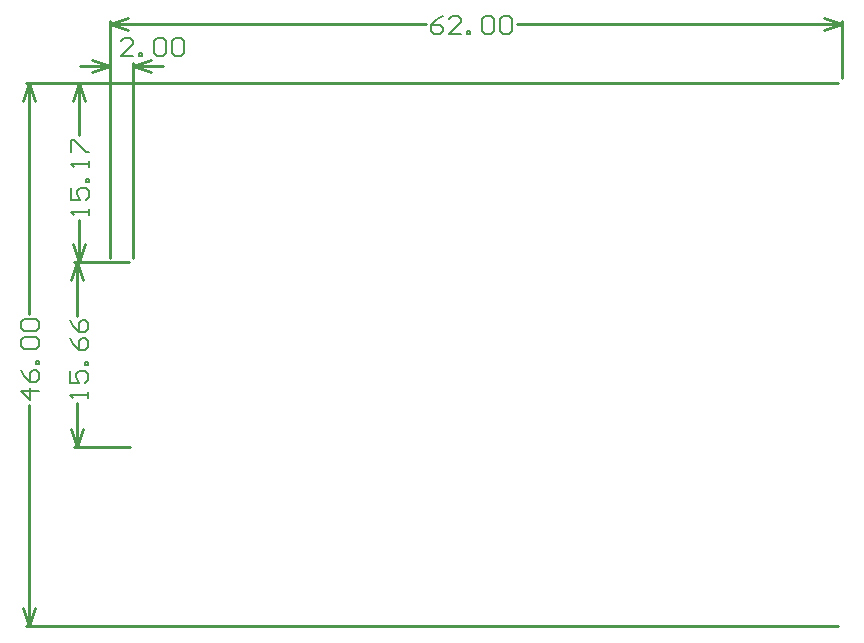
<source format=gbr>
%TF.GenerationSoftware,Altium Limited,Altium Designer,23.6.0 (18)*%
G04 Layer_Color=16776960*
%FSLAX43Y43*%
%MOMM*%
%TF.SameCoordinates,6C6526E1-C053-4265-BDC0-CB623CBAD704*%
%TF.FilePolarity,Positive*%
%TF.FileFunction,Other,Top_Dimensions*%
%TF.Part,Single*%
G01*
G75*
%TA.AperFunction,NonConductor*%
%ADD51C,0.254*%
%ADD54C,0.152*%
D51*
X-3029Y15170D02*
X1746D01*
X-3029Y30830D02*
X1619D01*
X-2775Y15170D02*
Y18886D01*
Y26301D02*
Y30830D01*
Y15170D02*
X-2267Y16694D01*
X-3283D02*
X-2775Y15170D01*
X-3283Y29306D02*
X-2775Y30830D01*
X-2267Y29306D01*
X-7129Y0D02*
X61619D01*
X-7129Y46000D02*
X61619D01*
X-6875Y0D02*
Y18759D01*
Y26428D02*
Y46000D01*
Y0D02*
X-6367Y1524D01*
X-7383D02*
X-6875Y0D01*
X-7383Y44476D02*
X-6875Y46000D01*
X-6367Y44476D01*
X0Y31211D02*
Y47704D01*
X2000Y31211D02*
Y47704D01*
Y47450D02*
X4540D01*
X-2540D02*
X0D01*
X2000D02*
X3524Y46942D01*
X2000Y47450D02*
X3524Y47958D01*
X-1524D02*
X0Y47450D01*
X-1524Y46942D02*
X0Y47450D01*
X-2904Y30830D02*
X-381D01*
X-2904Y46000D02*
X-381D01*
X-2650Y30830D02*
Y34428D01*
Y41589D02*
Y46000D01*
Y30830D02*
X-2142Y32354D01*
X-3158D02*
X-2650Y30830D01*
X-3158Y44476D02*
X-2650Y46000D01*
X-2142Y44476D01*
X0Y46381D02*
Y51279D01*
X62000Y46381D02*
Y51279D01*
X0Y51025D02*
X26759D01*
X34428D02*
X62000D01*
X0D02*
X1524Y50517D01*
X0Y51025D02*
X1524Y51533D01*
X60476D02*
X62000Y51025D01*
X60476Y50517D02*
X62000Y51025D01*
D54*
X-1861Y19293D02*
Y19801D01*
Y19547D01*
X-3384D01*
X-3130Y19293D01*
X-3384Y21578D02*
Y20562D01*
X-2623D01*
X-2877Y21070D01*
Y21324D01*
X-2623Y21578D01*
X-2115D01*
X-1861Y21324D01*
Y20816D01*
X-2115Y20562D01*
X-1861Y22086D02*
X-2115D01*
Y22340D01*
X-1861D01*
Y22086D01*
X-3384Y24371D02*
X-3130Y23863D01*
X-2623Y23355D01*
X-2115D01*
X-1861Y23609D01*
Y24117D01*
X-2115Y24371D01*
X-2369D01*
X-2623Y24117D01*
Y23355D01*
X-3384Y25895D02*
X-3130Y25387D01*
X-2623Y24879D01*
X-2115D01*
X-1861Y25133D01*
Y25641D01*
X-2115Y25895D01*
X-2369D01*
X-2623Y25641D01*
Y24879D01*
X-5961Y19927D02*
X-7484D01*
X-6723Y19166D01*
Y20181D01*
X-7484Y21705D02*
X-7230Y21197D01*
X-6723Y20689D01*
X-6215D01*
X-5961Y20943D01*
Y21451D01*
X-6215Y21705D01*
X-6469D01*
X-6723Y21451D01*
Y20689D01*
X-5961Y22213D02*
X-6215D01*
Y22467D01*
X-5961D01*
Y22213D01*
X-7230Y23482D02*
X-7484Y23736D01*
Y24244D01*
X-7230Y24498D01*
X-6215D01*
X-5961Y24244D01*
Y23736D01*
X-6215Y23482D01*
X-7230D01*
Y25006D02*
X-7484Y25260D01*
Y25768D01*
X-7230Y26021D01*
X-6215D01*
X-5961Y25768D01*
Y25260D01*
X-6215Y25006D01*
X-7230D01*
X1957Y48315D02*
X942D01*
X1957Y49331D01*
Y49585D01*
X1703Y49839D01*
X1196D01*
X942Y49585D01*
X2465Y48315D02*
Y48569D01*
X2719D01*
Y48315D01*
X2465D01*
X3735Y49585D02*
X3989Y49839D01*
X4497D01*
X4750Y49585D01*
Y48569D01*
X4497Y48315D01*
X3989D01*
X3735Y48569D01*
Y49585D01*
X5258D02*
X5512Y49839D01*
X6020D01*
X6274Y49585D01*
Y48569D01*
X6020Y48315D01*
X5512D01*
X5258Y48569D01*
Y49585D01*
X-1736Y34835D02*
Y35342D01*
Y35089D01*
X-3259D01*
X-3005Y34835D01*
X-3259Y37120D02*
Y36104D01*
X-2498D01*
X-2752Y36612D01*
Y36866D01*
X-2498Y37120D01*
X-1990D01*
X-1736Y36866D01*
Y36358D01*
X-1990Y36104D01*
X-1736Y37628D02*
X-1990D01*
Y37882D01*
X-1736D01*
Y37628D01*
Y38897D02*
Y39405D01*
Y39151D01*
X-3259D01*
X-3005Y38897D01*
X-3259Y40167D02*
Y41183D01*
X-3005D01*
X-1990Y40167D01*
X-1736D01*
X28181Y51634D02*
X27674Y51380D01*
X27166Y50873D01*
Y50365D01*
X27420Y50111D01*
X27927D01*
X28181Y50365D01*
Y50619D01*
X27927Y50873D01*
X27166D01*
X29705Y50111D02*
X28689D01*
X29705Y51127D01*
Y51380D01*
X29451Y51634D01*
X28943D01*
X28689Y51380D01*
X30213Y50111D02*
Y50365D01*
X30467D01*
Y50111D01*
X30213D01*
X31482Y51380D02*
X31736Y51634D01*
X32244D01*
X32498Y51380D01*
Y50365D01*
X32244Y50111D01*
X31736D01*
X31482Y50365D01*
Y51380D01*
X33006D02*
X33260Y51634D01*
X33768D01*
X34021Y51380D01*
Y50365D01*
X33768Y50111D01*
X33260D01*
X33006Y50365D01*
Y51380D01*
%TF.MD5,42367b75dc7417f73bfcb975a5687312*%
M02*

</source>
